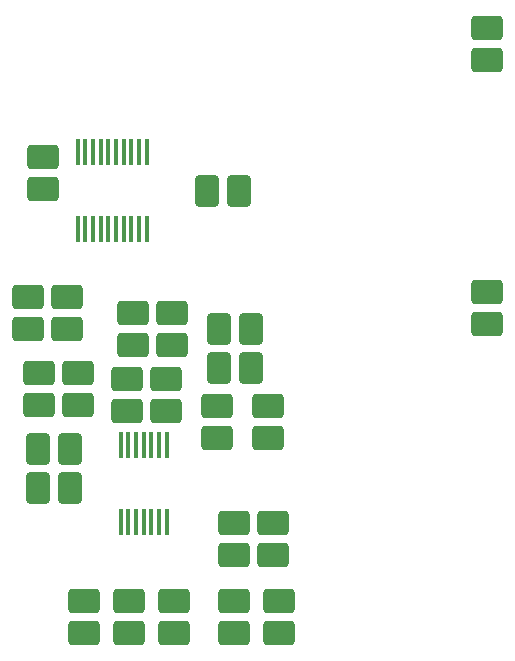
<source format=gtp>
G04 #@! TF.GenerationSoftware,KiCad,Pcbnew,8.0.8*
G04 #@! TF.CreationDate,2025-02-08T14:03:33+10:30*
G04 #@! TF.ProjectId,tt06-vga-interposer,74743036-2d76-4676-912d-696e74657270,rev?*
G04 #@! TF.SameCoordinates,Original*
G04 #@! TF.FileFunction,Paste,Top*
G04 #@! TF.FilePolarity,Positive*
%FSLAX46Y46*%
G04 Gerber Fmt 4.6, Leading zero omitted, Abs format (unit mm)*
G04 Created by KiCad (PCBNEW 8.0.8) date 2025-02-08 14:03:33*
%MOMM*%
%LPD*%
G01*
G04 APERTURE LIST*
G04 Aperture macros list*
%AMRoundRect*
0 Rectangle with rounded corners*
0 $1 Rounding radius*
0 $2 $3 $4 $5 $6 $7 $8 $9 X,Y pos of 4 corners*
0 Add a 4 corners polygon primitive as box body*
4,1,4,$2,$3,$4,$5,$6,$7,$8,$9,$2,$3,0*
0 Add four circle primitives for the rounded corners*
1,1,$1+$1,$2,$3*
1,1,$1+$1,$4,$5*
1,1,$1+$1,$6,$7*
1,1,$1+$1,$8,$9*
0 Add four rect primitives between the rounded corners*
20,1,$1+$1,$2,$3,$4,$5,0*
20,1,$1+$1,$4,$5,$6,$7,0*
20,1,$1+$1,$6,$7,$8,$9,0*
20,1,$1+$1,$8,$9,$2,$3,0*%
G04 Aperture macros list end*
%ADD10RoundRect,0.396226X-0.653774X-0.953774X0.653774X-0.953774X0.653774X0.953774X-0.653774X0.953774X0*%
%ADD11RoundRect,0.396226X0.953774X-0.653774X0.953774X0.653774X-0.953774X0.653774X-0.953774X-0.653774X0*%
%ADD12RoundRect,0.396226X-0.953774X0.653774X-0.953774X-0.653774X0.953774X-0.653774X0.953774X0.653774X0*%
%ADD13RoundRect,0.100000X0.100000X-1.037500X0.100000X1.037500X-0.100000X1.037500X-0.100000X-1.037500X0*%
%ADD14RoundRect,0.396226X0.653774X0.953774X-0.653774X0.953774X-0.653774X-0.953774X0.653774X-0.953774X0*%
G04 APERTURE END LIST*
D10*
X106727000Y-68707000D03*
X109427000Y-68707000D03*
D11*
X107950000Y-84535000D03*
X107950000Y-81835000D03*
D12*
X107950000Y-88439000D03*
X107950000Y-91139000D03*
X95250000Y-88439000D03*
X95250000Y-91139000D03*
D11*
X102235000Y-72343000D03*
X102235000Y-69643000D03*
X99441000Y-66755000D03*
X99441000Y-64055000D03*
X91440000Y-71835000D03*
X91440000Y-69135000D03*
D10*
X91360000Y-75565000D03*
X94060000Y-75565000D03*
D11*
X111252000Y-84535000D03*
X111252000Y-81835000D03*
D10*
X106727000Y-65405000D03*
X109427000Y-65405000D03*
D12*
X110871000Y-71929000D03*
X110871000Y-74629000D03*
D11*
X91821000Y-53547000D03*
X91821000Y-50847000D03*
D13*
X98380000Y-81776500D03*
X99030000Y-81776500D03*
X99680000Y-81776500D03*
X100330000Y-81776500D03*
X100980000Y-81776500D03*
X101630000Y-81776500D03*
X102280000Y-81776500D03*
X102280000Y-75251500D03*
X101630000Y-75251500D03*
X100980000Y-75251500D03*
X100330000Y-75251500D03*
X99680000Y-75251500D03*
X99030000Y-75251500D03*
X98380000Y-75251500D03*
D11*
X98933000Y-72343000D03*
X98933000Y-69643000D03*
D12*
X102870000Y-88439000D03*
X102870000Y-91139000D03*
D11*
X93853000Y-65405000D03*
X93853000Y-62705000D03*
D12*
X106553000Y-71929000D03*
X106553000Y-74629000D03*
D11*
X111760000Y-91139000D03*
X111760000Y-88439000D03*
X90551000Y-65405000D03*
X90551000Y-62705000D03*
X129413000Y-64977000D03*
X129413000Y-62277000D03*
X102743000Y-66755000D03*
X102743000Y-64055000D03*
D13*
X94738000Y-56983500D03*
X95388000Y-56983500D03*
X96038000Y-56983500D03*
X96688000Y-56983500D03*
X97338000Y-56983500D03*
X97988000Y-56983500D03*
X98638000Y-56983500D03*
X99288000Y-56983500D03*
X99938000Y-56983500D03*
X100588000Y-56983500D03*
X100588000Y-50458500D03*
X99938000Y-50458500D03*
X99288000Y-50458500D03*
X98638000Y-50458500D03*
X97988000Y-50458500D03*
X97338000Y-50458500D03*
X96688000Y-50458500D03*
X96038000Y-50458500D03*
X95388000Y-50458500D03*
X94738000Y-50458500D03*
D10*
X105711000Y-53721000D03*
X108411000Y-53721000D03*
D12*
X129413000Y-39925000D03*
X129413000Y-42625000D03*
D11*
X94742000Y-71835000D03*
X94742000Y-69135000D03*
D14*
X94060000Y-78867000D03*
X91360000Y-78867000D03*
D12*
X99060000Y-88439000D03*
X99060000Y-91139000D03*
M02*

</source>
